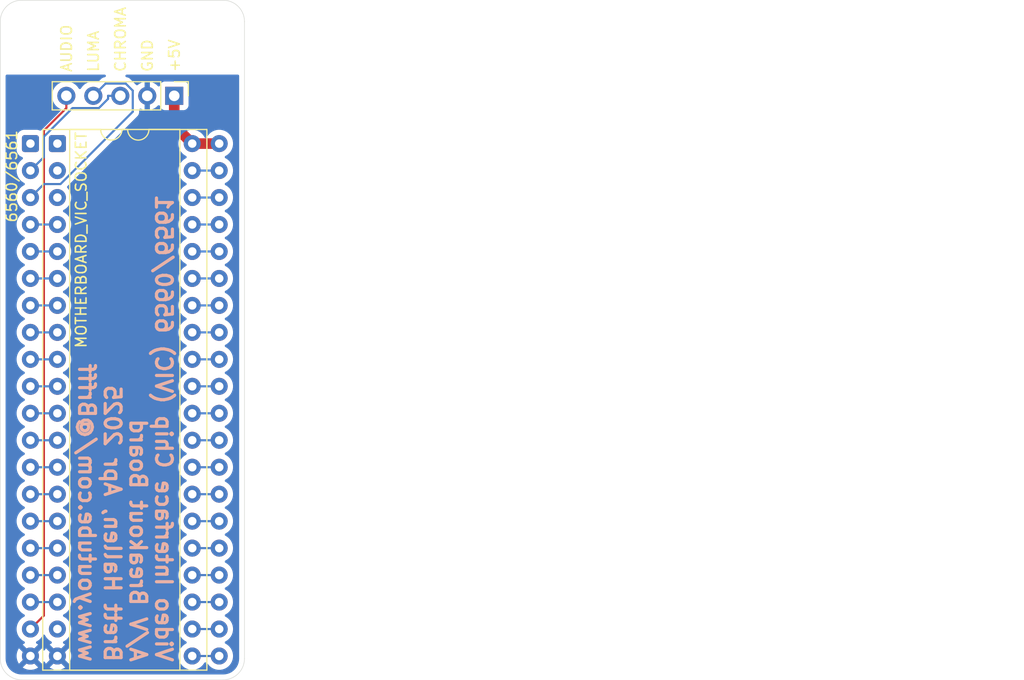
<source format=kicad_pcb>
(kicad_pcb (version 20241229) (generator "pcbnew") (generator_version "9.0")
  (title_block (title "Video Interface Chip (VIC) A/V Breakout Board") (date "19-Apr-2025") (rev "1.1-0") (company "Brett Hallen") (comment 1 "www.youtube.com/@Brfff"))
  (layers (0 "F.Cu" signal) (2 "B.Cu" signal) (13 "F.Paste" user) (15 "B.Paste" user) (5 "F.SilkS" user "F.Silkscreen") (7 "B.SilkS" user "B.Silkscreen") (1 "F.Mask" user) (3 "B.Mask" user) (25 "Edge.Cuts" user))
  (net 0 "")
  (net 1 "/A12")
  (net 2 "/A0")
  (net 3 "/A10")
  (net 4 "/A8")
  (net 5 "+5V")
  (net 6 "/POTY")
  (net 7 "/A4")
  (net 8 "/D11")
  (net 9 "/D2")
  (net 11 "/D7")
  (net 12 "/A1")
  (net 13 "/A2")
  (net 14 "/Φ1")
  (net 15 "/A6")
  (net 16 "/D0")
  (net 17 "/D3")
  (net 19 "/R{slash}~{W}")
  (net 21 "/A13")
  (net 22 "/D1")
  (net 23 "GND")
  (net 24 "/D10")
  (net 25 "/D4")
  (net 26 "/A5")
  (net 27 "/PΦ1")
  (net 28 "/Φ2")
  (net 29 "/A3")
  (net 30 "/D8")
  (net 32 "/D5")
  (net 33 "/A9")
  (net 34 "/A11")
  (net 35 "/A7")
  (net 36 "/POTX")
  (net 37 "/PΦ2")
  (net 38 "/D9")
  (net 39 "/D6")
  (net 40 "/LIGHTGUN")
  (net 41 "AUDIO")
  (net 42 "CHROMA")
  (net 43 "LUMA")
  (footprint "Package_DIP:DIP-40_W15.24mm" (layer "F.Cu") (at 59 52.46)
    (property "Reference" "J1" (hide yes))
    (property "Value" "MOTHERBOARD_VIC_SOCKET" (at 2.24 9.08 90) (layer "F.SilkS"))
    (fp_line (start 1.16 -1.33) (end 1.16 49.59) (stroke (width 0.12)) (layer "F.SilkS"))
    (fp_line (start 1.16 49.59) (end 14.08 49.59) (stroke (width 0.12)) (layer "F.SilkS"))
    (fp_line (start 6.62 -1.33) (end 1.16 -1.33) (stroke (width 0.12)) (layer "F.SilkS"))
    (fp_line (start 14.08 -1.33) (end 8.62 -1.33) (stroke (width 0.12)) (layer "F.SilkS"))
    (fp_line (start 14.08 49.59) (end 14.08 -1.33) (stroke (width 0.12)) (layer "F.SilkS"))
    (fp_arc (start 8.62 -1.33) (mid 7.62 -0.33) (end 6.62 -1.33) (stroke (width 0.12)) (layer "F.SilkS"))
    (pad "1" thru_hole roundrect (at 0 0) (size 1.6 1.6) (drill 0.8) (layers "*.Cu" "*.Mask") (roundrect_rratio 0.15625))
    (pad "2" thru_hole circle (at 0 2.54) (size 1.6 1.6) (drill 0.8) (layers "*.Cu" "*.Mask"))
    (pad "3" thru_hole circle (at 0 5.08) (size 1.6 1.6) (drill 0.8) (layers "*.Cu" "*.Mask"))
    (pad "4" thru_hole circle (at 0 7.62) (size 1.6 1.6) (drill 0.8) (layers "*.Cu" "*.Mask") (net 19 "/R{slash}~{W}"))
    (pad "5" thru_hole circle (at 0 10.16) (size 1.6 1.6) (drill 0.8) (layers "*.Cu" "*.Mask") (net 8 "/D11"))
    (pad "6" thru_hole circle (at 0 12.7) (size 1.6 1.6) (drill 0.8) (layers "*.Cu" "*.Mask") (net 24 "/D10"))
    (pad "7" thru_hole circle (at 0 15.24) (size 1.6 1.6) (drill 0.8) (layers "*.Cu" "*.Mask") (net 38 "/D9"))
    (pad "8" thru_hole circle (at 0 17.78) (size 1.6 1.6) (drill 0.8) (layers "*.Cu" "*.Mask") (net 30 "/D8"))
    (pad "9" thru_hole circle (at 0 20.32) (size 1.6 1.6) (drill 0.8) (layers "*.Cu" "*.Mask") (net 11 "/D7"))
    (pad "10" thru_hole circle (at 0 22.86) (size 1.6 1.6) (drill 0.8) (layers "*.Cu" "*.Mask") (net 39 "/D6"))
    (pad "11" thru_hole circle (at 0 25.4) (size 1.6 1.6) (drill 0.8) (layers "*.Cu" "*.Mask") (net 32 "/D5"))
    (pad "12" thru_hole circle (at 0 27.94) (size 1.6 1.6) (drill 0.8) (layers "*.Cu" "*.Mask") (net 25 "/D4"))
    (pad "13" thru_hole circle (at 0 30.48) (size 1.6 1.6) (drill 0.8) (layers "*.Cu" "*.Mask") (net 17 "/D3"))
    (pad "14" thru_hole circle (at 0 33.02) (size 1.6 1.6) (drill 0.8) (layers "*.Cu" "*.Mask") (net 9 "/D2"))
    (pad "15" thru_hole circle (at 0 35.56) (size 1.6 1.6) (drill 0.8) (layers "*.Cu" "*.Mask") (net 22 "/D1"))
    (pad "16" thru_hole circle (at 0 38.1) (size 1.6 1.6) (drill 0.8) (layers "*.Cu" "*.Mask") (net 16 "/D0"))
    (pad "17" thru_hole circle (at 0 40.64) (size 1.6 1.6) (drill 0.8) (layers "*.Cu" "*.Mask") (net 36 "/POTX"))
    (pad "18" thru_hole circle (at 0 43.18) (size 1.6 1.6) (drill 0.8) (layers "*.Cu" "*.Mask") (net 6 "/POTY"))
    (pad "19" thru_hole circle (at 0 45.72) (size 1.6 1.6) (drill 0.8) (layers "*.Cu" "*.Mask"))
    (pad "20" thru_hole circle (at 0 48.26) (size 1.6 1.6) (drill 0.8) (layers "*.Cu" "*.Mask") (net 23 "GND"))
    (pad "21" thru_hole circle (at 15.24 48.26) (size 1.6 1.6) (drill 0.8) (layers "*.Cu" "*.Mask") (net 2 "/A0"))
    (pad "22" thru_hole circle (at 15.24 45.72) (size 1.6 1.6) (drill 0.8) (layers "*.Cu" "*.Mask") (net 12 "/A1"))
    (pad "23" thru_hole circle (at 15.24 43.18) (size 1.6 1.6) (drill 0.8) (layers "*.Cu" "*.Mask") (net 13 "/A2"))
    (pad "24" thru_hole circle (at 15.24 40.64) (size 1.6 1.6) (drill 0.8) (layers "*.Cu" "*.Mask") (net 29 "/A3"))
    (pad "25" thru_hole circle (at 15.24 38.1) (size 1.6 1.6) (drill 0.8) (layers "*.Cu" "*.Mask") (net 7 "/A4"))
    (pad "26" thru_hole circle (at 15.24 35.56) (size 1.6 1.6) (drill 0.8) (layers "*.Cu" "*.Mask") (net 26 "/A5"))
    (pad "27" thru_hole circle (at 15.24 33.02) (size 1.6 1.6) (drill 0.8) (layers "*.Cu" "*.Mask") (net 15 "/A6"))
    (pad "28" thru_hole circle (at 15.24 30.48) (size 1.6 1.6) (drill 0.8) (layers "*.Cu" "*.Mask") (net 35 "/A7"))
    (pad "29" thru_hole circle (at 15.24 27.94) (size 1.6 1.6) (drill 0.8) (layers "*.Cu" "*.Mask") (net 4 "/A8"))
    (pad "30" thru_hole circle (at 15.24 25.4) (size 1.6 1.6) (drill 0.8) (layers "*.Cu" "*.Mask") (net 33 "/A9"))
    (pad "31" thru_hole circle (at 15.24 22.86) (size 1.6 1.6) (drill 0.8) (layers "*.Cu" "*.Mask") (net 3 "/A10"))
    (pad "32" thru_hole circle (at 15.24 20.32) (size 1.6 1.6) (drill 0.8) (layers "*.Cu" "*.Mask") (net 34 "/A11"))
    (pad "33" thru_hole circle (at 15.24 17.78) (size 1.6 1.6) (drill 0.8) (layers "*.Cu" "*.Mask") (net 1 "/A12"))
    (pad "34" thru_hole circle (at 15.24 15.24) (size 1.6 1.6) (drill 0.8) (layers "*.Cu" "*.Mask") (net 21 "/A13"))
    (pad "35" thru_hole circle (at 15.24 12.7) (size 1.6 1.6) (drill 0.8) (layers "*.Cu" "*.Mask") (net 27 "/PΦ1"))
    (pad "36" thru_hole circle (at 15.24 10.16) (size 1.6 1.6) (drill 0.8) (layers "*.Cu" "*.Mask") (net 37 "/PΦ2"))
    (pad "37" thru_hole circle (at 15.24 7.62) (size 1.6 1.6) (drill 0.8) (layers "*.Cu" "*.Mask") (net 40 "/LIGHTGUN"))
    (pad "38" thru_hole circle (at 15.24 5.08) (size 1.6 1.6) (drill 0.8) (layers "*.Cu" "*.Mask") (net 28 "/Φ2"))
    (pad "39" thru_hole circle (at 15.24 2.54) (size 1.6 1.6) (drill 0.8) (layers "*.Cu" "*.Mask") (net 14 "/Φ1"))
    (pad "40" thru_hole circle (at 15.24 0) (size 1.6 1.6) (drill 0.8) (layers "*.Cu" "*.Mask") (net 5 "+5V"))
  )
  (footprint "Package_DIP:DIP-40_W15.24mm" (layer "F.Cu") (at 56.46 52.46)
    (property "Reference" "U1" (hide yes))
    (property "Value" "6560/6561" (at -1.76 3.08 90) (layer "F.SilkS"))
    (fp_line (start 1.16 -1.33) (end 1.16 49.59) (stroke (width 0.12)) (layer "F.SilkS"))
    (fp_line (start 1.16 49.59) (end 14.08 49.59) (stroke (width 0.12)) (layer "F.SilkS"))
    (fp_line (start 6.62 -1.33) (end 1.16 -1.33) (stroke (width 0.12)) (layer "F.SilkS"))
    (fp_line (start 14.08 -1.33) (end 8.62 -1.33) (stroke (width 0.12)) (layer "F.SilkS"))
    (fp_line (start 14.08 49.59) (end 14.08 -1.33) (stroke (width 0.12)) (layer "F.SilkS"))
    (fp_arc (start 8.62 -1.33) (mid 7.62 -0.33) (end 6.62 -1.33) (stroke (width 0.12)) (layer "F.SilkS"))
    (pad "1" thru_hole roundrect (at 0 0) (size 1.6 1.6) (drill 0.8) (layers "*.Cu" "*.Mask") (roundrect_rratio 0.15625))
    (pad "2" thru_hole circle (at 0 2.54) (size 1.6 1.6) (drill 0.8) (layers "*.Cu" "*.Mask") (net 42 "CHROMA"))
    (pad "3" thru_hole circle (at 0 5.08) (size 1.6 1.6) (drill 0.8) (layers "*.Cu" "*.Mask") (net 43 "LUMA"))
    (pad "4" thru_hole circle (at 0 7.62) (size 1.6 1.6) (drill 0.8) (layers "*.Cu" "*.Mask") (net 19 "/R{slash}~{W}"))
    (pad "5" thru_hole circle (at 0 10.16) (size 1.6 1.6) (drill 0.8) (layers "*.Cu" "*.Mask") (net 8 "/D11"))
    (pad "6" thru_hole circle (at 0 12.7) (size 1.6 1.6) (drill 0.8) (layers "*.Cu" "*.Mask") (net 24 "/D10"))
    (pad "7" thru_hole circle (at 0 15.24) (size 1.6 1.6) (drill 0.8) (layers "*.Cu" "*.Mask") (net 38 "/D9"))
    (pad "8" thru_hole circle (at 0 17.78) (size 1.6 1.6) (drill 0.8) (layers "*.Cu" "*.Mask") (net 30 "/D8"))
    (pad "9" thru_hole circle (at 0 20.32) (size 1.6 1.6) (drill 0.8) (layers "*.Cu" "*.Mask") (net 11 "/D7"))
    (pad "10" thru_hole circle (at 0 22.86) (size 1.6 1.6) (drill 0.8) (layers "*.Cu" "*.Mask") (net 39 "/D6"))
    (pad "11" thru_hole circle (at 0 25.4) (size 1.6 1.6) (drill 0.8) (layers "*.Cu" "*.Mask") (net 32 "/D5"))
    (pad "12" thru_hole circle (at 0 27.94) (size 1.6 1.6) (drill 0.8) (layers "*.Cu" "*.Mask") (net 25 "/D4"))
    (pad "13" thru_hole circle (at 0 30.48) (size 1.6 1.6) (drill 0.8) (layers "*.Cu" "*.Mask") (net 17 "/D3"))
    (pad "14" thru_hole circle (at 0 33.02) (size 1.6 1.6) (drill 0.8) (layers "*.Cu" "*.Mask") (net 9 "/D2"))
    (pad "15" thru_hole circle (at 0 35.56) (size 1.6 1.6) (drill 0.8) (layers "*.Cu" "*.Mask") (net 22 "/D1"))
    (pad "16" thru_hole circle (at 0 38.1) (size 1.6 1.6) (drill 0.8) (layers "*.Cu" "*.Mask") (net 16 "/D0"))
    (pad "17" thru_hole circle (at 0 40.64) (size 1.6 1.6) (drill 0.8) (layers "*.Cu" "*.Mask") (net 36 "/POTX"))
    (pad "18" thru_hole circle (at 0 43.18) (size 1.6 1.6) (drill 0.8) (layers "*.Cu" "*.Mask") (net 6 "/POTY"))
    (pad "19" thru_hole circle (at 0 45.72) (size 1.6 1.6) (drill 0.8) (layers "*.Cu" "*.Mask") (net 41 "AUDIO"))
    (pad "20" thru_hole circle (at 0 48.26) (size 1.6 1.6) (drill 0.8) (layers "*.Cu" "*.Mask") (net 23 "GND"))
    (pad "21" thru_hole circle (at 15.24 48.26) (size 1.6 1.6) (drill 0.8) (layers "*.Cu" "*.Mask") (net 2 "/A0"))
    (pad "22" thru_hole circle (at 15.24 45.72) (size 1.6 1.6) (drill 0.8) (layers "*.Cu" "*.Mask") (net 12 "/A1"))
    (pad "23" thru_hole circle (at 15.24 43.18) (size 1.6 1.6) (drill 0.8) (layers "*.Cu" "*.Mask") (net 13 "/A2"))
    (pad "24" thru_hole circle (at 15.24 40.64) (size 1.6 1.6) (drill 0.8) (layers "*.Cu" "*.Mask") (net 29 "/A3"))
    (pad "25" thru_hole circle (at 15.24 38.1) (size 1.6 1.6) (drill 0.8) (layers "*.Cu" "*.Mask") (net 7 "/A4"))
    (pad "26" thru_hole circle (at 15.24 35.56) (size 1.6 1.6) (drill 0.8) (layers "*.Cu" "*.Mask") (net 26 "/A5"))
    (pad "27" thru_hole circle (at 15.24 33.02) (size 1.6 1.6) (drill 0.8) (layers "*.Cu" "*.Mask") (net 15 "/A6"))
    (pad "28" thru_hole circle (at 15.24 30.48) (size 1.6 1.6) (drill 0.8) (layers "*.Cu" "*.Mask") (net 35 "/A7"))
    (pad "29" thru_hole circle (at 15.24 27.94) (size 1.6 1.6) (drill 0.8) (layers "*.Cu" "*.Mask") (net 4 "/A8"))
    (pad "30" thru_hole circle (at 15.24 25.4) (size 1.6 1.6) (drill 0.8) (layers "*.Cu" "*.Mask") (net 33 "/A9"))
    (pad "31" thru_hole circle (at 15.24 22.86) (size 1.6 1.6) (drill 0.8) (layers "*.Cu" "*.Mask") (net 3 "/A10"))
    (pad "32" thru_hole circle (at 15.24 20.32) (size 1.6 1.6) (drill 0.8) (layers "*.Cu" "*.Mask") (net 34 "/A11"))
    (pad "33" thru_hole circle (at 15.24 17.78) (size 1.6 1.6) (drill 0.8) (layers "*.Cu" "*.Mask") (net 1 "/A12"))
    (pad "34" thru_hole circle (at 15.24 15.24) (size 1.6 1.6) (drill 0.8) (layers "*.Cu" "*.Mask") (net 21 "/A13"))
    (pad "35" thru_hole circle (at 15.24 12.7) (size 1.6 1.6) (drill 0.8) (layers "*.Cu" "*.Mask") (net 27 "/PΦ1"))
    (pad "36" thru_hole circle (at 15.24 10.16) (size 1.6 1.6) (drill 0.8) (layers "*.Cu" "*.Mask") (net 37 "/PΦ2"))
    (pad "37" thru_hole circle (at 15.24 7.62) (size 1.6 1.6) (drill 0.8) (layers "*.Cu" "*.Mask") (net 40 "/LIGHTGUN"))
    (pad "38" thru_hole circle (at 15.24 5.08) (size 1.6 1.6) (drill 0.8) (layers "*.Cu" "*.Mask") (net 28 "/Φ2"))
    (pad "39" thru_hole circle (at 15.24 2.54) (size 1.6 1.6) (drill 0.8) (layers "*.Cu" "*.Mask") (net 14 "/Φ1"))
    (pad "40" thru_hole circle (at 15.24 0) (size 1.6 1.6) (drill 0.8) (layers "*.Cu" "*.Mask") (net 5 "+5V"))
  )
  (footprint "Connector_PinHeader_2.54mm:PinHeader_1x05_P2.54mm_Vertical" (layer "F.Cu") (at 70.004 47.96 -90)
    (property "Reference" "J2" (hide yes))
    (property "Value" "BREAKOUT_PINS" (hide yes))
    (fp_line (start -1.33 11.49) (end 1.33 11.49) (stroke (width 0.12)) (layer "F.SilkS"))
    (fp_line (start -1.33 1.27) (end -1.33 11.49) (stroke (width 0.12)) (layer "F.SilkS"))
    (fp_line (start -1.33 1.27) (end 1.33 1.27) (stroke (width 0.12)) (layer "F.SilkS"))
    (fp_line (start 1.33 1.27) (end 1.33 11.49) (stroke (width 0.12)) (layer "F.SilkS"))
    (fp_line (start -1.33 0) (end -1.33 -1.33) (stroke (width 0.12)) (layer "F.SilkS"))
    (fp_line (start -1.33 -1.33) (end 0 -1.33) (stroke (width 0.12)) (layer "F.SilkS"))
    (pad "1" thru_hole rect (at 0 0 270) (size 1.7 1.7) (drill 1) (layers "*.Cu" "*.Mask") (net 5 "+5V"))
    (pad "2" thru_hole oval (at 0 2.54 270) (size 1.7 1.7) (drill 1) (layers "*.Cu" "*.Mask") (net 23 "GND"))
    (pad "3" thru_hole oval (at 0 5.08 270) (size 1.7 1.7) (drill 1) (layers "*.Cu" "*.Mask") (net 42 "CHROMA"))
    (pad "4" thru_hole oval (at 0 7.62 270) (size 1.7 1.7) (drill 1) (layers "*.Cu" "*.Mask") (net 43 "LUMA"))
    (pad "5" thru_hole oval (at 0 10.16 270) (size 1.7 1.7) (drill 1) (layers "*.Cu" "*.Mask") (net 41 "AUDIO"))
  )
  (gr_line (start 76.62 40.96) (end 76.62 100.96) (stroke (width 0.05)) (layer "Edge.Cuts"))
  (gr_line (start 74.62 102.96) (end 55.62 102.96) (stroke (width 0.05)) (layer "Edge.Cuts"))
  (gr_arc (start 76.62 100.96) (mid 76.034214 102.374214) (end 74.62 102.96) (stroke (width 0.05)) (layer "Edge.Cuts"))
  (gr_arc (start 55.62 102.96) (mid 54.205786 102.374214) (end 53.62 100.96) (stroke (width 0.05)) (layer "Edge.Cuts"))
  (gr_arc (start 74.62 38.96) (mid 76.034214 39.545786) (end 76.62 40.96) (stroke (width 0.05)) (layer "Edge.Cuts"))
  (gr_arc (start 53.62 40.96) (mid 54.205786 39.545786) (end 55.62 38.96) (stroke (width 0.05)) (layer "Edge.Cuts"))
  (gr_line (start 55.62 38.96) (end 74.62 38.96) (stroke (width 0.05)) (layer "Edge.Cuts"))
  (gr_line (start 53.62 100.96) (end 53.62 40.96) (stroke (width 0.05)) (layer "Edge.Cuts"))
  (gr_text "+5V" (at 70.605749 45.795378 90) (layer "F.SilkS") (effects (font (size 1 1)) (justify left bottom)))
  (gr_text "LUMA" (at 62.985749 45.795378 90) (layer "F.SilkS") (effects (font (size 1 1)) (justify left bottom)))
  (gr_text "AUDIO" (at 60.445749 45.795378 90) (layer "F.SilkS") (effects (font (size 1 1)) (justify left bottom)))
  (gr_text "GND" (at 68.065749 45.795378 90) (layer "F.SilkS") (effects (font (size 1 1)) (justify left bottom)))
  (gr_text "CHROMA" (at 65.525749 45.795378 90) (layer "F.SilkS") (effects (font (size 1 1)) (justify left bottom)))
  (gr_text "Video Interface Chip (VIC) 6560/6561\nA/V Breakout Board\nBrett Hallen, Apr 2025\nwww.youtube.com/@Brfff" (at 60.88928 101.422183 270) (layer "B.SilkS") (effects (font (size 1.5 1.5) (thickness 0.3) (bold yes)) (justify left bottom mirror)))
  (segment (start 74.24 70.24) (end 71.7 70.24) (width 0.2) (layer "B.Cu") (net 1))
  (segment (start 74.24 100.72) (end 71.7 100.72) (width 0.2) (layer "B.Cu") (net 2))
  (segment (start 74.24 75.32) (end 71.7 75.32) (width 0.2) (layer "B.Cu") (net 3))
  (segment (start 74.24 80.4) (end 71.7 80.4) (width 0.2) (layer "B.Cu") (net 4))
  (segment (start 70.004 47.96) (end 70.004 50.764) (width 1) (layer "F.Cu") (net 5))
  (segment (start 70.004 50.764) (end 71.7 52.46) (width 1) (layer "F.Cu") (net 5))
  (segment (start 71.7 52.46) (end 74.24 52.46) (width 1) (layer "F.Cu") (net 5))
  (segment (start 59 95.64) (end 56.46 95.64) (width 0.2) (layer "B.Cu") (net 6))
  (segment (start 74.24 90.56) (end 71.7 90.56) (width 0.2) (layer "B.Cu") (net 7))
  (segment (start 59 62.62) (end 56.46 62.62) (width 0.2) (layer "B.Cu") (net 8))
  (segment (start 59 85.48) (end 56.46 85.48) (width 0.2) (layer "B.Cu") (net 9))
  (segment (start 59 72.78) (end 56.46 72.78) (width 0.2) (layer "B.Cu") (net 11))
  (segment (start 74.24 98.18) (end 71.7 98.18) (width 0.2) (layer "B.Cu") (net 12))
  (segment (start 74.24 95.64) (end 71.7 95.64) (width 0.2) (layer "B.Cu") (net 13))
  (segment (start 74.24 55) (end 71.7 55) (width 0.2) (layer "B.Cu") (net 14))
  (segment (start 74.24 85.48) (end 71.7 85.48) (width 0.2) (layer "B.Cu") (net 15))
  (segment (start 59 90.56) (end 56.46 90.56) (width 0.2) (layer "B.Cu") (net 16))
  (segment (start 59 82.94) (end 56.46 82.94) (width 0.2) (layer "B.Cu") (net 17))
  (segment (start 59 60.08) (end 56.46 60.08) (width 0.2) (layer "B.Cu") (net 19))
  (segment (start 74.24 67.7) (end 71.7 67.7) (width 0.2) (layer "B.Cu") (net 21))
  (segment (start 59 88.02) (end 56.46 88.02) (width 0.2) (layer "B.Cu") (net 22))
  (segment (start 59 65.16) (end 56.46 65.16) (width 0.2) (layer "B.Cu") (net 24))
  (segment (start 59 80.4) (end 56.46 80.4) (width 0.2) (layer "B.Cu") (net 25))
  (segment (start 74.24 88.02) (end 71.7 88.02) (width 0.2) (layer "B.Cu") (net 26))
  (segment (start 74.24 65.16) (end 71.7 65.16) (width 0.2) (layer "B.Cu") (net 27))
  (segment (start 74.24 57.54) (end 71.7 57.54) (width 0.2) (layer "B.Cu") (net 28))
  (segment (start 74.24 93.1) (end 71.7 93.1) (width 0.2) (layer "B.Cu") (net 29))
  (segment (start 59 70.24) (end 56.46 70.24) (width 0.2) (layer "B.Cu") (net 30))
  (segment (start 59 77.86) (end 56.46 77.86) (width 0.2) (layer "B.Cu") (net 32))
  (segment (start 74.24 77.86) (end 71.7 77.86) (width 0.2) (layer "B.Cu") (net 33))
  (segment (start 74.24 72.78) (end 71.7 72.78) (width 0.2) (layer "B.Cu") (net 34))
  (segment (start 74.24 82.94) (end 71.7 82.94) (width 0.2) (layer "B.Cu") (net 35))
  (segment (start 59 93.1) (end 56.46 93.1) (width 0.2) (layer "B.Cu") (net 36))
  (segment (start 74.24 62.62) (end 71.7 62.62) (width 0.2) (layer "B.Cu") (net 37))
  (segment (start 59 67.7) (end 56.46 67.7) (width 0.2) (layer "B.Cu") (net 38))
  (segment (start 59 75.32) (end 56.46 75.32) (width 0.2) (layer "B.Cu") (net 39))
  (segment (start 74.24 60.08) (end 71.7 60.08) (width 0.2) (layer "B.Cu") (net 40))
  (segment (start 57.73 96.91) (end 56.46 98.18) (width 0.2) (layer "F.Cu") (net 41))
  (segment (start 57.73 51.2257) (end 57.73 96.91) (width 0.2) (layer "F.Cu") (net 41))
  (segment (start 59.844 47.96) (end 59.844 49.1117) (width 0.2) (layer "F.Cu") (net 41))
  (segment (start 59.844 49.1117) (end 57.73 51.2257) (width 0.2) (layer "F.Cu") (net 41))
  (segment (start 63.7723 47.96) (end 63.7723 48.248) (width 0.2) (layer "B.Cu") (net 42))
  (segment (start 60.4255 49.1117) (end 57.73 51.8072) (width 0.2) (layer "B.Cu") (net 42))
  (segment (start 64.924 47.96) (end 63.7723 47.96) (width 0.2) (layer "B.Cu") (net 42))
  (segment (start 63.7723 48.248) (end 62.9086 49.1117) (width 0.2) (layer "B.Cu") (net 42))
  (segment (start 62.9086 49.1117) (end 60.4255 49.1117) (width 0.2) (layer "B.Cu") (net 42))
  (segment (start 57.73 51.8072) (end 57.73 53.73) (width 0.2) (layer "B.Cu") (net 42))
  (segment (start 57.73 53.73) (end 56.46 55) (width 0.2) (layer "B.Cu") (net 42))
  (segment (start 62.384 47.96) (end 63.5357 46.8083) (width 0.2) (layer "B.Cu") (net 43))
  (segment (start 59.2905 56.27) (end 57.73 56.27) (width 0.2) (layer "B.Cu") (net 43))
  (segment (start 57.73 56.27) (end 56.46 57.54) (width 0.2) (layer "B.Cu") (net 43))
  (segment (start 66.0993 47.4712) (end 66.0993 49.4612) (width 0.2) (layer "B.Cu") (net 43))
  (segment (start 66.0993 49.4612) (end 59.2905 56.27) (width 0.2) (layer "B.Cu") (net 43))
  (segment (start 63.5357 46.8083) (end 65.4364 46.8083) (width 0.2) (layer "B.Cu") (net 43))
  (segment (start 65.4364 46.8083) (end 66.0993 47.4712) (width 0.2) (layer "B.Cu") (net 43))
  (zone (net 23) (net_name "GND") (layer "B.Cu") (connect_pads (clearance 0.5)) (min_thickness 0.25) (fill yes (thermal_gap 0.5) (thermal_bridge_width 0.5))
    (polygon (pts (xy 53.62 45.96) (xy 76.62 45.96) (xy 76.62 102.96) (xy 53.62 102.96)))
  )
)
</source>
